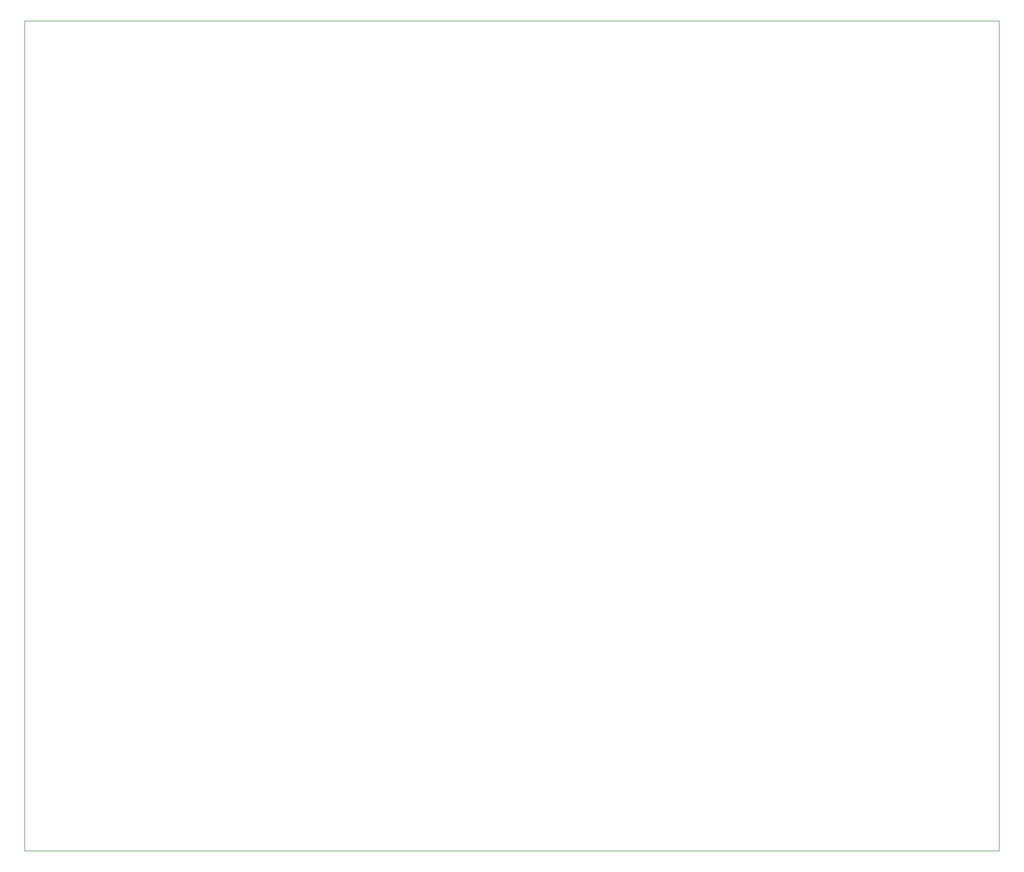
<source format=gm1>
%TF.GenerationSoftware,KiCad,Pcbnew,(6.0.11-0)*%
%TF.CreationDate,2023-03-27T16:41:51-06:00*%
%TF.ProjectId,LCD,4c43442e-6b69-4636-9164-5f7063625858,rev?*%
%TF.SameCoordinates,Original*%
%TF.FileFunction,Profile,NP*%
%FSLAX46Y46*%
G04 Gerber Fmt 4.6, Leading zero omitted, Abs format (unit mm)*
G04 Created by KiCad (PCBNEW (6.0.11-0)) date 2023-03-27 16:41:51*
%MOMM*%
%LPD*%
G01*
G04 APERTURE LIST*
%TA.AperFunction,Profile*%
%ADD10C,0.100000*%
%TD*%
G04 APERTURE END LIST*
D10*
X185420000Y-25400000D02*
X30480000Y-25400000D01*
X30480000Y-25400000D02*
X30480000Y-157480000D01*
X30480000Y-157480000D02*
X185420000Y-157480000D01*
X185420000Y-157480000D02*
X185420000Y-25400000D01*
M02*

</source>
